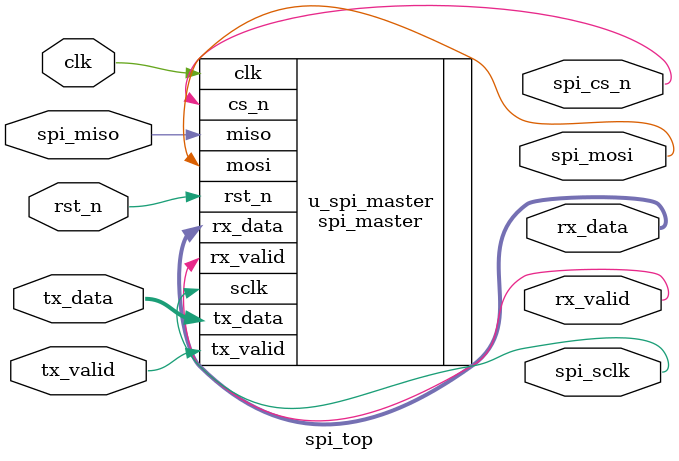
<source format=v>

module spi_top #(
    parameter CLK_DIV = 4,     // System clock divider (must be even, >= 2)
    parameter CPOL = 0,        // Clock polarity: 0=idle low, 1=idle high
    parameter CPHA = 0         // Clock phase: 0=sample on first edge, 1=sample on second edge
) (
    // System signals
    input wire clk,
    input wire rst_n,

    // Data interface
    input wire [7:0] tx_data,
    input wire tx_valid,
    output wire [7:0] rx_data,
    output wire rx_valid,

    // SPI physical interface (master mode)
    output wire spi_sclk,
    output wire spi_mosi,
    input wire spi_miso,
    output wire spi_cs_n
);

    // Instantiate SPI master
    spi_master #(
        .CLK_DIV(CLK_DIV),
        .CPOL(CPOL),
        .CPHA(CPHA)
    ) u_spi_master (
        .clk(clk),
        .rst_n(rst_n),
        .tx_data(tx_data),
        .tx_valid(tx_valid),
        .rx_data(rx_data),
        .rx_valid(rx_valid),
        .sclk(spi_sclk),
        .mosi(spi_mosi),
        .miso(spi_miso),
        .cs_n(spi_cs_n)
    );

endmodule

</source>
